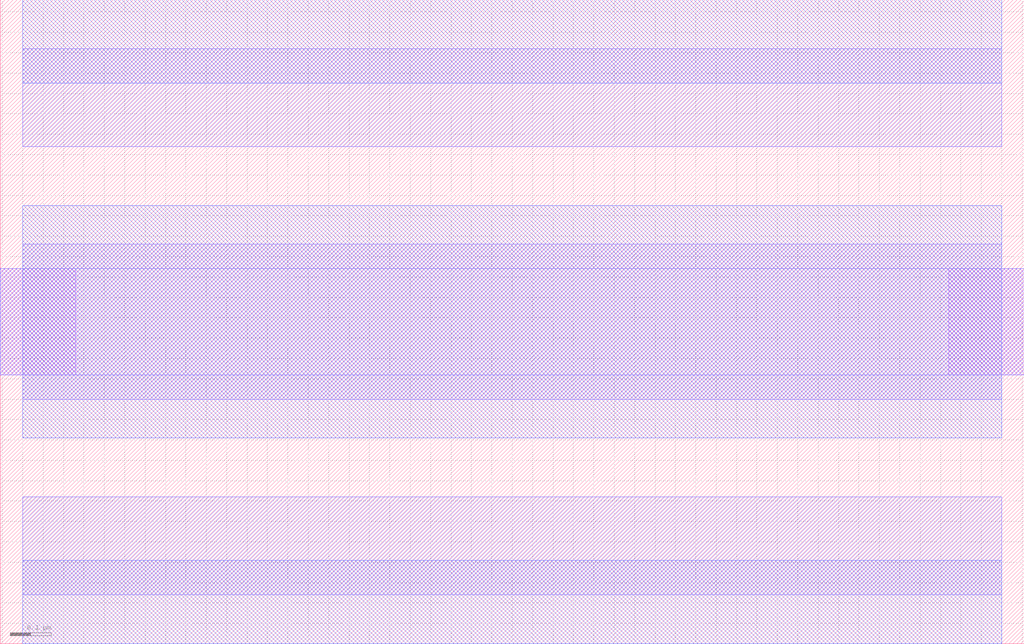
<source format=lef>
# Copyright 2020 The SkyWater PDK Authors
#
# Licensed under the Apache License, Version 2.0 (the "License");
# you may not use this file except in compliance with the License.
# You may obtain a copy of the License at
#
#     https://www.apache.org/licenses/LICENSE-2.0
#
# Unless required by applicable law or agreed to in writing, software
# distributed under the License is distributed on an "AS IS" BASIS,
# WITHOUT WARRANTIES OR CONDITIONS OF ANY KIND, either express or implied.
# See the License for the specific language governing permissions and
# limitations under the License.
#
# SPDX-License-Identifier: Apache-2.0

VERSION 5.7 ;
  NOWIREEXTENSIONATPIN ON ;
  DIVIDERCHAR "/" ;
  BUSBITCHARS "[]" ;
MACRO sky130_fd_bd_sram__sram_dp_cell_met23_opt1
  CLASS BLOCK ;
  FOREIGN sky130_fd_bd_sram__sram_dp_cell_met23_opt1 ;
  ORIGIN  0.055000  0.000000 ;
  SIZE  2.510000 BY  1.580000 ;
  OBS
    LAYER met1 ;
      RECT -0.055000 0.660000 0.130000 0.920000 ;
      RECT  2.270000 0.660000 2.455000 0.920000 ;
    LAYER met2 ;
      RECT -0.055000 0.660000 2.455000 0.920000 ;
      RECT  0.000000 0.120000 2.400000 0.360000 ;
      RECT  0.000000 0.600000 2.400000 0.660000 ;
      RECT  0.000000 0.920000 2.400000 0.980000 ;
      RECT  0.000000 1.220000 2.400000 1.460000 ;
    LAYER met3 ;
      RECT 0.000000 0.000000 2.400000 0.205000 ;
      RECT 0.000000 0.505000 2.400000 1.075000 ;
      RECT 0.000000 1.375000 2.400000 1.580000 ;
  END
END sky130_fd_bd_sram__sram_dp_cell_met23_opt1
END LIBRARY

</source>
